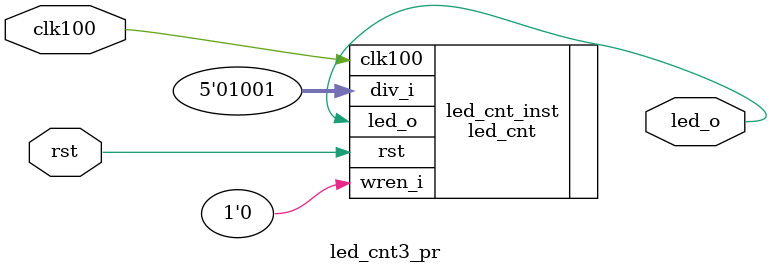
<source format=sv>

module led_cnt3_pr (
  input         rst,
  input         clk100,
  output        led_o
);
///////////////////////////////////////////////////////////////////////////////////////////////////

 led_cnt led_cnt_inst (
   .rst    (rst      ),
   .clk100 (clk100   ),
   .div_i  (5'h9     ),
   .wren_i (1'b0     ),
   .led_o  (led_o    )
 );

endmodule

</source>
